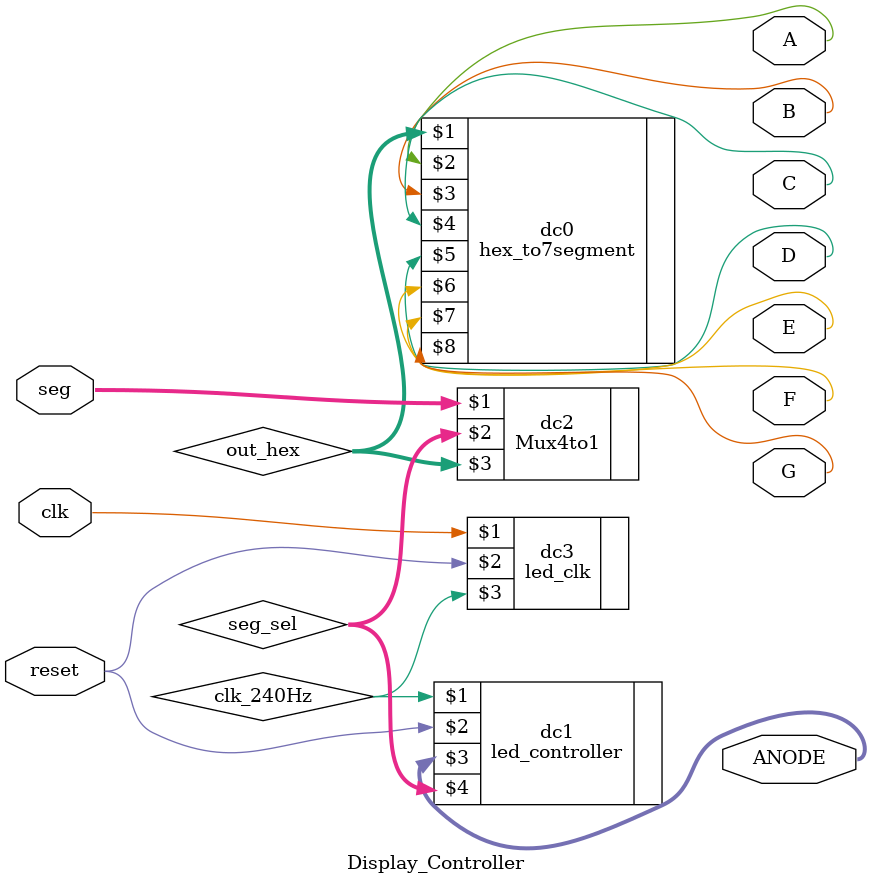
<source format=v>
`timescale 1ns / 1ps
module Display_Controller(clk, reset, seg, ANODE, A,B,C,D,E,F,G);

   input       clk, reset;       // on-board clock, and reset signal
   input    [15:0]    seg;       // Data to display on 7-segment display 

   output   A,B,C,D,E,F,G;       // 7-segment display elements
   output   [ 3:0]  ANODE;       // 4 Anodes of 7-segment display on board

   wire          clk_240Hz;      // Clock signal needed for displaying inputs
   wire     [1:0]  seg_sel;      // 7-segment selection using for constantly changing
                                 //    anode to display from right nodes to left nodes
   wire     [3:0]  out_hex;      // A 4-bit output to display on an anode
   
   // Hex to 7-segment
   // converting 4-bit to 7 bits representing
   // each element on the segment
   //
   //                     hex, a,b,c,d,e,f,g
   hex_to7segment dc0(out_hex, A,B,C,D,E,F,G);
   
   // LED Controller
   // A Finite State Machine(FSM) counting up states
   // and return to the initial state on seg_sel
   // to inform Multiplexer which inputs should be
   // selected in order to represent on display
   //
   //                        clk, reset, anode, seg_sel
   led_controller dc1 (clk_240Hz, reset, ANODE, seg_sel);

   // Multiplexer four to one
   // to select a 4-bit output from 4 of 4-bit intpus(16 bits of seg)
   // by seg_sel from led_controller
   //
   //            D,     sel,       Q
   Mux4to1 dc2(seg, seg_sel, out_hex);
   
   // Clock divider
   // generating slow frequency clock especially for this module
   //
   //          clk_in, reset, clk_out
   led_clk dc3(   clk, reset, clk_240Hz);
   
endmodule

</source>
